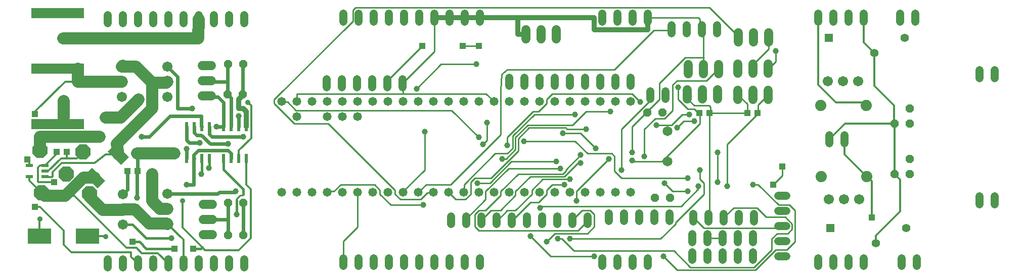
<source format=gbl>
G75*
%MOIN*%
%OFA0B0*%
%FSLAX25Y25*%
%IPPOS*%
%LPD*%
%AMOC8*
5,1,8,0,0,1.08239X$1,22.5*
%
%ADD10OC8,0.05200*%
%ADD11C,0.06000*%
%ADD12OC8,0.10000*%
%ADD13C,0.05800*%
%ADD14C,0.06750*%
%ADD15R,0.02100X0.06300*%
%ADD16C,0.06500*%
%ADD17C,0.05200*%
%ADD18R,0.15748X0.09843*%
%ADD19R,0.35000X0.07000*%
%ADD20R,0.05543X0.05543*%
%ADD21C,0.05543*%
%ADD22C,0.07400*%
%ADD23R,0.03937X0.04331*%
%ADD24R,0.07087X0.12598*%
%ADD25R,0.04724X0.02362*%
%ADD26C,0.02400*%
%ADD27C,0.03962*%
%ADD28C,0.01000*%
%ADD29C,0.01575*%
%ADD30C,0.03200*%
%ADD31C,0.03187*%
%ADD32C,0.00984*%
%ADD33R,0.03962X0.03962*%
%ADD34C,0.05000*%
%ADD35C,0.07874*%
%ADD36C,0.01200*%
%ADD37C,0.03569*%
%ADD38C,0.04000*%
%ADD39C,0.01600*%
D10*
X0251967Y0149681D03*
X0261967Y0149681D03*
X0261967Y0171020D03*
X0251967Y0171020D03*
X0251573Y0242634D03*
X0261573Y0242634D03*
X0261967Y0262594D03*
X0251967Y0262594D03*
X0528089Y0230665D03*
X0538089Y0230665D03*
X0533148Y0174209D03*
X0543148Y0174209D03*
X0691396Y0189799D03*
X0701396Y0189799D03*
X0701396Y0199799D03*
X0701396Y0223264D03*
X0691396Y0223264D03*
X0701396Y0233264D03*
D11*
X0607974Y0239366D02*
X0607974Y0245366D01*
X0597974Y0245366D02*
X0597974Y0239366D01*
X0587974Y0239366D02*
X0587974Y0245366D01*
X0574510Y0245681D02*
X0574510Y0239681D01*
X0564510Y0239681D02*
X0564510Y0245681D01*
X0554510Y0245681D02*
X0554510Y0239681D01*
X0555297Y0256374D02*
X0555297Y0262374D01*
X0565297Y0262374D02*
X0565297Y0256374D01*
X0575297Y0256374D02*
X0575297Y0262374D01*
X0587974Y0262453D02*
X0587974Y0256453D01*
X0597974Y0256453D02*
X0597974Y0262453D01*
X0607974Y0262453D02*
X0607974Y0256453D01*
X0608100Y0277335D02*
X0608100Y0283335D01*
X0598100Y0283335D02*
X0598100Y0277335D01*
X0588100Y0277335D02*
X0588100Y0283335D01*
X0468112Y0285382D02*
X0468112Y0279382D01*
X0458112Y0279382D02*
X0458112Y0285382D01*
X0448112Y0285382D02*
X0448112Y0279382D01*
X0240793Y0261650D02*
X0234793Y0261650D01*
X0234793Y0251650D02*
X0240793Y0251650D01*
X0240793Y0241650D02*
X0234793Y0241650D01*
X0235581Y0169988D02*
X0241581Y0169988D01*
X0241581Y0159988D02*
X0235581Y0159988D01*
X0235581Y0149988D02*
X0241581Y0149988D01*
D12*
X0160510Y0176807D03*
X0145116Y0189878D03*
X0129014Y0177516D03*
X0128069Y0205665D03*
X0156415Y0204484D03*
D13*
X0287100Y0177862D03*
X0297100Y0177862D03*
X0307100Y0177862D03*
X0317100Y0177862D03*
X0327100Y0177862D03*
X0337100Y0177862D03*
X0347100Y0177862D03*
X0357100Y0177862D03*
X0367100Y0177862D03*
X0377100Y0177862D03*
X0387100Y0177862D03*
X0397100Y0177862D03*
X0407100Y0177862D03*
X0417100Y0177862D03*
X0427100Y0177862D03*
X0437100Y0177862D03*
X0447100Y0177862D03*
X0457100Y0177862D03*
X0467100Y0177862D03*
X0477100Y0177862D03*
X0487100Y0177862D03*
X0497100Y0177862D03*
X0507100Y0177862D03*
X0517100Y0177862D03*
X0517100Y0237862D03*
X0507100Y0237862D03*
X0497100Y0237862D03*
X0487100Y0237862D03*
X0477100Y0237862D03*
X0467100Y0237862D03*
X0457100Y0237862D03*
X0447100Y0237862D03*
X0437100Y0237862D03*
X0427100Y0237862D03*
X0417100Y0237862D03*
X0407100Y0237862D03*
X0397100Y0237862D03*
X0387100Y0237862D03*
X0377100Y0237862D03*
X0367100Y0237862D03*
X0357100Y0237862D03*
X0347100Y0237862D03*
X0337100Y0237862D03*
X0327100Y0237862D03*
X0317100Y0237862D03*
X0307100Y0237862D03*
X0297100Y0237862D03*
X0287100Y0237862D03*
X0297100Y0227862D03*
X0317100Y0227862D03*
X0327100Y0227862D03*
X0337100Y0227862D03*
D14*
X0211793Y0240941D03*
X0211793Y0250941D03*
X0211793Y0260941D03*
X0181998Y0260862D03*
X0181998Y0250862D03*
X0181998Y0240862D03*
X0182675Y0176650D03*
X0182675Y0166650D03*
X0182675Y0156650D03*
X0212085Y0157043D03*
X0212085Y0167043D03*
X0212085Y0177043D03*
X0647852Y0173146D03*
X0657852Y0173146D03*
X0667852Y0173146D03*
X0667360Y0251394D03*
X0657360Y0251394D03*
X0647360Y0251394D03*
D15*
X0263955Y0221312D03*
X0258955Y0221312D03*
X0253955Y0221312D03*
X0248955Y0221312D03*
X0239545Y0221312D03*
X0234545Y0221312D03*
X0229545Y0221312D03*
X0224545Y0221312D03*
X0224545Y0200412D03*
X0229545Y0200412D03*
X0234545Y0200412D03*
X0239545Y0200412D03*
X0248955Y0200412D03*
X0253955Y0200412D03*
X0258955Y0200412D03*
X0263955Y0200412D03*
D16*
X0541435Y0198185D03*
X0541435Y0218185D03*
D17*
X0172557Y0133423D02*
X0172557Y0128223D01*
X0182557Y0128223D02*
X0182557Y0133423D01*
X0192557Y0133423D02*
X0192557Y0128223D01*
X0202557Y0128223D02*
X0202557Y0133423D01*
X0212557Y0133423D02*
X0212557Y0128223D01*
X0222557Y0128223D02*
X0222557Y0133423D01*
X0232557Y0133423D02*
X0232557Y0128223D01*
X0242557Y0128223D02*
X0242557Y0133423D01*
X0252557Y0133423D02*
X0252557Y0128223D01*
X0262557Y0128223D02*
X0262557Y0133423D01*
X0328069Y0134407D02*
X0328069Y0129207D01*
X0338069Y0129207D02*
X0338069Y0134407D01*
X0348069Y0134407D02*
X0348069Y0129207D01*
X0358069Y0129207D02*
X0358069Y0134407D01*
X0368069Y0134407D02*
X0368069Y0129207D01*
X0378069Y0129207D02*
X0378069Y0134407D01*
X0388069Y0134407D02*
X0388069Y0129207D01*
X0398069Y0129207D02*
X0398069Y0134407D01*
X0408069Y0134407D02*
X0408069Y0129207D01*
X0418069Y0129207D02*
X0418069Y0134407D01*
X0418935Y0156766D02*
X0418935Y0161966D01*
X0408935Y0161966D02*
X0408935Y0156766D01*
X0398935Y0156766D02*
X0398935Y0161966D01*
X0428935Y0161966D02*
X0428935Y0156766D01*
X0438935Y0156766D02*
X0438935Y0161966D01*
X0448935Y0161966D02*
X0448935Y0156766D01*
X0458935Y0156766D02*
X0458935Y0161966D01*
X0468935Y0161966D02*
X0468935Y0156766D01*
X0478935Y0156766D02*
X0478935Y0161966D01*
X0488935Y0161966D02*
X0488935Y0156766D01*
X0502872Y0158790D02*
X0502872Y0163990D01*
X0512872Y0163990D02*
X0512872Y0158790D01*
X0522872Y0158790D02*
X0522872Y0163990D01*
X0532872Y0163990D02*
X0532872Y0158790D01*
X0542872Y0158790D02*
X0542872Y0163990D01*
X0558667Y0163738D02*
X0558667Y0158538D01*
X0568667Y0158538D02*
X0568667Y0163738D01*
X0578667Y0163738D02*
X0578667Y0158538D01*
X0588667Y0158538D02*
X0588667Y0163738D01*
X0598667Y0163738D02*
X0598667Y0158538D01*
X0614563Y0155429D02*
X0619763Y0155429D01*
X0619763Y0145429D02*
X0614563Y0145429D01*
X0597793Y0144955D02*
X0597793Y0150155D01*
X0587793Y0150155D02*
X0587793Y0144955D01*
X0577793Y0144955D02*
X0577793Y0150155D01*
X0567793Y0150155D02*
X0567793Y0144955D01*
X0557793Y0144955D02*
X0557793Y0150155D01*
X0557793Y0138344D02*
X0557793Y0133144D01*
X0567793Y0133144D02*
X0567793Y0138344D01*
X0577793Y0138344D02*
X0577793Y0133144D01*
X0587793Y0133144D02*
X0587793Y0138344D01*
X0597793Y0138344D02*
X0597793Y0133144D01*
X0614563Y0135429D02*
X0619763Y0135429D01*
X0640963Y0134407D02*
X0640963Y0129207D01*
X0650963Y0129207D02*
X0650963Y0134407D01*
X0660963Y0134407D02*
X0660963Y0129207D01*
X0670963Y0129207D02*
X0670963Y0134407D01*
X0696081Y0134407D02*
X0696081Y0129207D01*
X0706081Y0129207D02*
X0706081Y0134407D01*
X0747262Y0170054D02*
X0747262Y0175254D01*
X0757262Y0175254D02*
X0757262Y0170054D01*
X0658344Y0210408D02*
X0658344Y0215608D01*
X0648344Y0215608D02*
X0648344Y0210408D01*
X0619763Y0175429D02*
X0614563Y0175429D01*
X0614563Y0165429D02*
X0619763Y0165429D01*
X0528738Y0134407D02*
X0528738Y0129207D01*
X0518738Y0129207D02*
X0518738Y0134407D01*
X0508738Y0134407D02*
X0508738Y0129207D01*
X0498738Y0129207D02*
X0498738Y0134407D01*
X0530234Y0239443D02*
X0530234Y0244643D01*
X0540234Y0244643D02*
X0540234Y0239443D01*
X0517203Y0248302D02*
X0517203Y0253502D01*
X0507203Y0253502D02*
X0507203Y0248302D01*
X0497203Y0248302D02*
X0497203Y0253502D01*
X0487203Y0253502D02*
X0487203Y0248302D01*
X0477203Y0248302D02*
X0477203Y0253502D01*
X0467203Y0253502D02*
X0467203Y0248302D01*
X0457203Y0248302D02*
X0457203Y0253502D01*
X0447203Y0253502D02*
X0447203Y0248302D01*
X0437203Y0248302D02*
X0437203Y0253502D01*
X0367065Y0252517D02*
X0367065Y0247317D01*
X0357065Y0247317D02*
X0357065Y0252517D01*
X0347065Y0252517D02*
X0347065Y0247317D01*
X0337065Y0247317D02*
X0337065Y0252517D01*
X0327065Y0252517D02*
X0327065Y0247317D01*
X0317065Y0247317D02*
X0317065Y0252517D01*
X0328069Y0290624D02*
X0328069Y0295824D01*
X0338069Y0295824D02*
X0338069Y0290624D01*
X0348069Y0290624D02*
X0348069Y0295824D01*
X0358069Y0295824D02*
X0358069Y0290624D01*
X0368069Y0290624D02*
X0368069Y0295824D01*
X0378069Y0295824D02*
X0378069Y0290624D01*
X0388069Y0290624D02*
X0388069Y0295824D01*
X0398069Y0295824D02*
X0398069Y0290624D01*
X0408069Y0290624D02*
X0408069Y0295824D01*
X0418069Y0295824D02*
X0418069Y0290624D01*
X0498738Y0290624D02*
X0498738Y0295824D01*
X0508738Y0295824D02*
X0508738Y0290624D01*
X0518738Y0290624D02*
X0518738Y0295824D01*
X0528738Y0295824D02*
X0528738Y0290624D01*
X0544211Y0288210D02*
X0544211Y0283010D01*
X0554211Y0283010D02*
X0554211Y0288210D01*
X0564211Y0288210D02*
X0564211Y0283010D01*
X0574211Y0283010D02*
X0574211Y0288210D01*
X0640963Y0290624D02*
X0640963Y0295824D01*
X0650963Y0295824D02*
X0650963Y0290624D01*
X0660963Y0290624D02*
X0660963Y0295824D01*
X0670963Y0295824D02*
X0670963Y0290624D01*
X0695077Y0290624D02*
X0695077Y0295824D01*
X0705077Y0295824D02*
X0705077Y0290624D01*
X0747242Y0258423D02*
X0747242Y0253223D01*
X0757242Y0253223D02*
X0757242Y0258423D01*
X0262557Y0289640D02*
X0262557Y0294840D01*
X0252557Y0294840D02*
X0252557Y0289640D01*
X0242557Y0289640D02*
X0242557Y0294840D01*
X0232557Y0294840D02*
X0232557Y0289640D01*
X0222557Y0289640D02*
X0222557Y0294840D01*
X0212557Y0294840D02*
X0212557Y0289640D01*
X0202557Y0289640D02*
X0202557Y0294840D01*
X0192557Y0294840D02*
X0192557Y0289640D01*
X0182557Y0289640D02*
X0182557Y0294840D01*
X0172557Y0294840D02*
X0172557Y0289640D01*
D18*
X0159156Y0148933D03*
X0127659Y0148933D03*
D19*
X0139439Y0222988D03*
X0139439Y0259602D03*
X0139439Y0296295D03*
D20*
X0647872Y0279858D03*
X0648856Y0154366D03*
D21*
X0678856Y0144366D03*
X0698856Y0154366D03*
X0677872Y0269858D03*
X0697872Y0279858D03*
D22*
X0672518Y0235154D03*
X0642518Y0235154D03*
X0643010Y0188402D03*
X0673010Y0188402D03*
D23*
X0600825Y0230232D03*
X0594132Y0230232D03*
X0569329Y0230232D03*
X0562636Y0230232D03*
X0192360Y0191846D03*
X0185667Y0191846D03*
X0145608Y0204642D03*
X0138915Y0204642D03*
D24*
G36*
X0157112Y0189392D02*
X0162123Y0194403D01*
X0171030Y0185496D01*
X0166019Y0180485D01*
X0157112Y0189392D01*
G37*
G36*
X0172702Y0204982D02*
X0177713Y0209993D01*
X0186620Y0201086D01*
X0181609Y0196075D01*
X0172702Y0204982D01*
G37*
D25*
X0131163Y0195587D03*
X0131163Y0191846D03*
X0131163Y0188106D03*
X0120880Y0188106D03*
X0120880Y0195587D03*
D26*
X0182675Y0176650D02*
X0185667Y0179642D01*
X0185667Y0191846D01*
X0191967Y0191453D02*
X0192360Y0191846D01*
X0192360Y0203264D01*
X0191967Y0203657D01*
X0194919Y0214484D02*
X0199841Y0214484D01*
X0213620Y0228264D01*
X0234289Y0228264D01*
X0234289Y0221568D01*
X0234545Y0221312D01*
X0229545Y0221312D02*
X0229545Y0217260D01*
X0231337Y0215469D01*
X0234289Y0215469D01*
X0240195Y0210055D01*
X0252006Y0210055D01*
X0252006Y0205626D02*
X0253974Y0203657D01*
X0253974Y0200432D01*
X0253955Y0200412D01*
X0253974Y0200393D01*
X0252006Y0205626D02*
X0232321Y0205626D01*
X0229368Y0202673D01*
X0229368Y0200235D01*
X0229545Y0200412D01*
X0229368Y0200235D02*
X0229368Y0182988D01*
X0224447Y0182988D01*
X0212124Y0177083D02*
X0212085Y0177043D01*
X0245077Y0177043D01*
X0246100Y0178067D01*
X0256435Y0178067D01*
X0256927Y0178559D01*
X0251967Y0171020D02*
X0251967Y0159366D01*
X0251344Y0159988D01*
X0238581Y0159988D01*
X0251967Y0159366D02*
X0251967Y0149681D01*
X0261967Y0149681D02*
X0261967Y0171020D01*
X0224545Y0200412D02*
X0224545Y0205528D01*
X0224447Y0206610D01*
X0226415Y0210547D02*
X0224545Y0212417D01*
X0224545Y0221312D01*
X0224447Y0221411D01*
X0239545Y0221312D02*
X0239545Y0216118D01*
X0241179Y0214484D01*
X0261848Y0214484D01*
X0258955Y0221312D02*
X0258955Y0228205D01*
X0258896Y0228264D01*
X0253955Y0221312D02*
X0253955Y0240252D01*
X0251573Y0242634D01*
X0251573Y0250902D01*
X0238541Y0250902D01*
X0237793Y0251650D01*
X0251573Y0250902D02*
X0251573Y0262201D01*
X0251967Y0262594D01*
X0261573Y0262201D02*
X0261967Y0262594D01*
X0261573Y0262201D02*
X0261573Y0242634D01*
X0248955Y0237220D02*
X0245116Y0241059D01*
X0238384Y0241059D01*
X0237793Y0241650D01*
X0248955Y0237220D02*
X0248955Y0221312D01*
X0244194Y0221312D01*
X0244132Y0221374D01*
X0233305Y0210547D02*
X0226415Y0210547D01*
X0191967Y0191453D02*
X0191967Y0174130D01*
X0218541Y0233185D02*
X0218541Y0254193D01*
X0211793Y0260941D01*
X0218541Y0233185D02*
X0228384Y0233185D01*
D27*
X0228384Y0233185D03*
X0244132Y0221374D03*
X0258896Y0228264D03*
X0261848Y0214484D03*
X0252006Y0210055D03*
X0233305Y0210547D03*
X0224447Y0206610D03*
X0216573Y0203657D03*
X0194919Y0214484D03*
X0191967Y0203657D03*
X0167360Y0214484D03*
X0171297Y0227280D03*
X0192951Y0239091D03*
X0143738Y0238106D03*
X0239211Y0193815D03*
X0234289Y0189878D03*
X0224447Y0182988D03*
X0201809Y0189878D03*
X0191967Y0174130D03*
X0214604Y0147555D03*
X0257419Y0163303D03*
X0256927Y0178559D03*
X0380632Y0169512D03*
X0416380Y0183811D03*
X0432467Y0199898D03*
X0436041Y0208835D03*
X0446766Y0211516D03*
X0472683Y0216878D03*
X0487876Y0219559D03*
X0480726Y0229390D03*
X0503963Y0231177D03*
X0523624Y0237433D03*
X0548648Y0247264D03*
X0555797Y0229390D03*
X0559372Y0224921D03*
X0547754Y0220453D03*
X0534348Y0222240D03*
X0518262Y0204366D03*
X0526305Y0201685D03*
X0518262Y0199004D03*
X0511112Y0192748D03*
X0503069Y0199898D03*
X0494132Y0207047D03*
X0484301Y0202579D03*
X0484301Y0197217D03*
X0470896Y0193642D03*
X0468215Y0198110D03*
X0477152Y0186492D03*
X0473577Y0182917D03*
X0481620Y0172193D03*
X0457490Y0167724D03*
X0451234Y0148957D03*
X0461959Y0145382D03*
X0469108Y0147169D03*
X0477152Y0147169D03*
X0493238Y0135551D03*
X0538817Y0135551D03*
X0554904Y0178449D03*
X0562053Y0182024D03*
X0574565Y0184705D03*
X0580821Y0182024D03*
X0597801Y0182917D03*
X0562947Y0192748D03*
X0554904Y0187386D03*
X0539711Y0183811D03*
X0574565Y0204366D03*
X0612994Y0271394D03*
X0422636Y0224028D03*
X0417274Y0214197D03*
X0419955Y0209728D03*
X0381526Y0217772D03*
X0376163Y0246370D03*
X0415486Y0262457D03*
D28*
X0392250Y0262457D01*
X0376163Y0246370D01*
X0399400Y0232071D02*
X0417274Y0214197D01*
X0419955Y0209728D02*
X0422636Y0212409D01*
X0422636Y0224028D01*
X0431573Y0215984D02*
X0398506Y0182917D01*
X0382419Y0182917D01*
X0377951Y0178449D01*
X0377100Y0177862D01*
X0378844Y0173087D02*
X0365439Y0173087D01*
X0361864Y0176661D01*
X0361864Y0179343D01*
X0318073Y0223134D01*
X0295730Y0223134D01*
X0282325Y0236539D01*
X0282325Y0239220D01*
X0334159Y0291055D01*
X0334159Y0298205D01*
X0335947Y0299992D01*
X0569203Y0299992D01*
X0587970Y0281224D01*
X0588100Y0280335D01*
X0612994Y0271394D02*
X0612994Y0264244D01*
X0608526Y0259776D01*
X0607974Y0259453D01*
X0575297Y0259374D02*
X0574565Y0258882D01*
X0567415Y0251732D01*
X0547754Y0251732D01*
X0545073Y0249051D01*
X0545073Y0232071D01*
X0539711Y0226709D01*
X0533455Y0226709D01*
X0526305Y0219559D01*
X0526305Y0201685D01*
X0519156Y0198110D02*
X0518262Y0199004D01*
X0519156Y0198110D02*
X0537923Y0198110D01*
X0562947Y0223134D01*
X0562947Y0229390D01*
X0562636Y0230232D01*
X0562053Y0230283D01*
X0559372Y0232965D01*
X0554904Y0232965D01*
X0548648Y0239220D01*
X0548648Y0247264D01*
X0536136Y0249945D02*
X0553116Y0266925D01*
X0565297Y0266925D01*
X0565628Y0266925D01*
X0536136Y0249945D02*
X0536136Y0239220D01*
X0528093Y0231177D01*
X0528089Y0230665D01*
X0527199Y0230283D01*
X0518262Y0221346D01*
X0518262Y0204366D01*
X0506644Y0201685D02*
X0504856Y0203472D01*
X0488770Y0203472D01*
X0480726Y0211516D01*
X0446766Y0211516D01*
X0443191Y0213303D02*
X0443191Y0205260D01*
X0425317Y0187386D01*
X0414593Y0187386D01*
X0411911Y0184705D01*
X0411911Y0176661D01*
X0408337Y0173087D01*
X0402081Y0173087D01*
X0397612Y0177555D01*
X0397100Y0177862D01*
X0407100Y0177862D02*
X0407443Y0178449D01*
X0407443Y0182917D01*
X0427998Y0203472D01*
X0436041Y0203472D01*
X0439616Y0207047D01*
X0439616Y0215091D01*
X0453915Y0229390D01*
X0480726Y0229390D01*
X0478939Y0222240D02*
X0487876Y0231177D01*
X0503963Y0231177D01*
X0511112Y0219559D02*
X0529880Y0238327D01*
X0529880Y0241902D01*
X0530234Y0242043D01*
X0523624Y0237433D02*
X0518262Y0242795D01*
X0465533Y0242795D01*
X0461959Y0239220D01*
X0461959Y0236539D01*
X0456596Y0231177D01*
X0453022Y0231177D01*
X0436041Y0214197D01*
X0436041Y0208835D01*
X0441404Y0206154D02*
X0435148Y0199898D01*
X0432467Y0199898D01*
X0438722Y0198110D02*
X0424423Y0183811D01*
X0416380Y0183811D01*
X0421742Y0178449D02*
X0421742Y0173087D01*
X0408337Y0159681D01*
X0408935Y0159366D01*
X0414593Y0163256D02*
X0414593Y0155213D01*
X0417274Y0152531D01*
X0482514Y0152531D01*
X0488770Y0158787D01*
X0488935Y0159366D01*
X0493238Y0163256D02*
X0493238Y0155213D01*
X0488770Y0150744D01*
X0467321Y0150744D01*
X0461959Y0145382D01*
X0469108Y0147169D02*
X0471789Y0147169D01*
X0479833Y0139126D01*
X0545967Y0139126D01*
X0556691Y0128402D01*
X0598695Y0128402D01*
X0610313Y0140020D01*
X0610313Y0147169D01*
X0613888Y0150744D01*
X0621037Y0150744D01*
X0623719Y0153425D01*
X0623719Y0157000D01*
X0619250Y0161469D01*
X0606738Y0161469D01*
X0600482Y0167724D01*
X0585289Y0167724D01*
X0579033Y0161469D01*
X0578667Y0161138D01*
X0569203Y0161469D02*
X0568667Y0161138D01*
X0569203Y0161469D02*
X0569203Y0229390D01*
X0569329Y0230232D01*
X0555797Y0229390D02*
X0551329Y0229390D01*
X0544179Y0222240D01*
X0534348Y0222240D01*
X0547754Y0220453D02*
X0552222Y0224921D01*
X0559372Y0224921D01*
X0580821Y0209728D02*
X0600482Y0229390D01*
X0600825Y0230232D01*
X0601376Y0230283D01*
X0601376Y0235646D01*
X0607632Y0241902D01*
X0607974Y0242366D01*
X0580821Y0209728D02*
X0580821Y0182024D01*
X0574565Y0184705D02*
X0574565Y0204366D01*
X0562947Y0192748D02*
X0562947Y0186492D01*
X0565628Y0183811D01*
X0565628Y0176661D01*
X0546860Y0157894D01*
X0546860Y0157000D01*
X0537030Y0147169D01*
X0477152Y0147169D01*
X0464640Y0135551D02*
X0451234Y0148957D01*
X0439616Y0159681D02*
X0438935Y0159366D01*
X0439616Y0159681D02*
X0451234Y0171299D01*
X0456596Y0171299D01*
X0461959Y0176661D01*
X0461959Y0179343D01*
X0465533Y0182917D01*
X0473577Y0182917D01*
X0481620Y0178449D02*
X0481620Y0172193D01*
X0485195Y0165937D02*
X0478939Y0159681D01*
X0478935Y0159366D01*
X0485195Y0165937D02*
X0490557Y0165937D01*
X0493238Y0163256D01*
X0481620Y0178449D02*
X0503069Y0199898D01*
X0506644Y0201685D02*
X0506644Y0191854D01*
X0511112Y0187386D01*
X0554904Y0187386D01*
X0562053Y0182024D02*
X0562053Y0180236D01*
X0550435Y0168618D01*
X0458384Y0168618D01*
X0457490Y0167724D01*
X0452128Y0176661D02*
X0441404Y0165937D01*
X0436041Y0165937D01*
X0429785Y0159681D01*
X0428935Y0159366D01*
X0431573Y0165937D02*
X0425317Y0165937D01*
X0419061Y0159681D01*
X0418935Y0159366D01*
X0414593Y0163256D02*
X0417274Y0165937D01*
X0421742Y0165937D01*
X0431573Y0175768D01*
X0431573Y0178449D01*
X0443191Y0190067D01*
X0472683Y0190067D01*
X0474470Y0191854D01*
X0474470Y0192748D01*
X0484301Y0202579D01*
X0484301Y0197217D02*
X0482514Y0197217D01*
X0473577Y0188280D01*
X0451234Y0188280D01*
X0441404Y0178449D01*
X0441404Y0175768D01*
X0431573Y0165937D01*
X0421742Y0178449D02*
X0436935Y0193642D01*
X0470896Y0193642D01*
X0468215Y0198110D02*
X0438722Y0198110D01*
X0441404Y0206154D02*
X0441404Y0214197D01*
X0449447Y0222240D01*
X0478939Y0222240D01*
X0475364Y0219559D02*
X0474470Y0220453D01*
X0450341Y0220453D01*
X0443191Y0213303D01*
X0431573Y0215984D02*
X0431573Y0245476D01*
X0432124Y0255823D01*
X0436061Y0258776D01*
X0444978Y0258882D01*
X0506644Y0258882D01*
X0532561Y0284799D01*
X0544179Y0284799D01*
X0544211Y0285610D01*
X0399400Y0232071D02*
X0296624Y0232071D01*
X0291262Y0237433D01*
X0287687Y0237433D01*
X0287100Y0237862D01*
X0381526Y0217772D02*
X0381526Y0192748D01*
X0367226Y0178449D01*
X0367100Y0177862D01*
X0378844Y0173087D02*
X0383313Y0177555D01*
X0386888Y0177555D01*
X0387100Y0177862D01*
X0380632Y0169512D02*
X0359183Y0169512D01*
X0352033Y0176661D01*
X0352033Y0179343D01*
X0348459Y0182917D01*
X0326116Y0182917D01*
X0321648Y0178449D01*
X0317179Y0178449D01*
X0317100Y0177862D01*
X0261848Y0176591D02*
X0261762Y0175972D01*
X0259974Y0175972D01*
X0257293Y0173291D01*
X0257419Y0172654D01*
X0452128Y0176661D02*
X0452128Y0179343D01*
X0459278Y0186492D01*
X0477152Y0186492D01*
X0511112Y0192748D02*
X0511112Y0219559D01*
X0494132Y0207047D02*
X0484301Y0216878D01*
X0472683Y0216878D01*
X0475364Y0219559D02*
X0487876Y0219559D01*
X0539711Y0183811D02*
X0545073Y0178449D01*
X0554904Y0178449D01*
X0558667Y0161138D02*
X0559372Y0160575D01*
X0565628Y0154319D01*
X0615675Y0154319D01*
X0616569Y0155213D01*
X0617163Y0155429D01*
X0625506Y0145382D02*
X0620144Y0140020D01*
X0612994Y0140020D01*
X0599589Y0126614D01*
X0547754Y0126614D01*
X0538817Y0135551D01*
X0493238Y0135551D02*
X0464640Y0135551D01*
X0597801Y0182917D02*
X0601376Y0182917D01*
X0614781Y0169512D01*
X0621931Y0169512D01*
X0625506Y0165937D01*
X0625506Y0145382D01*
D29*
X0261848Y0176591D02*
X0261848Y0180035D01*
X0249053Y0192831D01*
X0249053Y0200314D01*
X0248955Y0200412D01*
X0239545Y0200412D02*
X0239545Y0194150D01*
X0239211Y0193815D01*
X0234545Y0190134D02*
X0234289Y0189878D01*
X0234545Y0190134D02*
X0234545Y0200412D01*
X0257419Y0172654D02*
X0257419Y0163303D01*
X0214604Y0147555D02*
X0197872Y0147555D01*
X0188778Y0156650D01*
X0182675Y0156650D01*
D30*
X0263817Y0221450D02*
X0263955Y0221312D01*
X0263817Y0221450D02*
X0263817Y0231217D01*
X0261848Y0233185D01*
X0258896Y0233185D01*
X0258896Y0239091D01*
X0261573Y0241768D01*
X0261573Y0242634D01*
X0418069Y0293224D02*
X0442951Y0293224D01*
X0442951Y0282382D01*
X0448112Y0282382D01*
X0442951Y0293224D02*
X0493148Y0293224D01*
X0493148Y0285350D01*
X0528738Y0285350D01*
X0528738Y0293224D01*
D31*
X0418069Y0293224D02*
X0408069Y0293224D01*
X0398069Y0293224D01*
X0388069Y0293224D01*
D32*
X0388069Y0270921D01*
X0367065Y0249917D01*
X0367163Y0249819D01*
X0367163Y0243028D01*
X0421935Y0243028D01*
X0427100Y0237862D01*
X0367163Y0243028D02*
X0297281Y0243028D01*
X0297100Y0242846D01*
X0297100Y0237862D01*
X0357065Y0249917D02*
X0357065Y0251630D01*
X0379959Y0274524D01*
X0406533Y0274524D02*
X0417360Y0274524D01*
X0528738Y0293224D02*
X0562045Y0293224D01*
X0563030Y0292240D01*
X0563030Y0286791D01*
X0564211Y0285610D01*
X0565297Y0284524D01*
X0565297Y0266925D01*
X0565297Y0259374D01*
X0597974Y0259453D02*
X0597974Y0262224D01*
X0608305Y0272555D01*
X0608305Y0280130D01*
X0608100Y0280335D01*
X0587974Y0242366D02*
X0594132Y0236209D01*
X0594132Y0230232D01*
X0569329Y0230232D01*
X0569919Y0230823D01*
X0569919Y0234169D01*
X0568935Y0235154D01*
X0559093Y0235154D01*
X0554510Y0239736D01*
X0554510Y0242681D01*
X0617163Y0194799D02*
X0617163Y0188894D01*
X0611258Y0182988D01*
X0577793Y0147555D02*
X0567793Y0147555D01*
X0337100Y0154894D02*
X0327793Y0145587D01*
X0327793Y0132083D01*
X0328069Y0131807D01*
X0337100Y0154894D02*
X0337100Y0177862D01*
D33*
X0228876Y0140665D03*
X0216573Y0140665D03*
X0189014Y0145094D03*
X0124545Y0168224D03*
X0137341Y0184465D03*
X0119624Y0199720D03*
X0124545Y0229740D03*
X0143246Y0279445D03*
X0379959Y0274524D03*
X0406533Y0274524D03*
X0417360Y0274524D03*
X0611258Y0182988D03*
X0617163Y0194799D03*
X0676219Y0161335D03*
D34*
X0153581Y0258776D02*
X0152754Y0259602D01*
X0139439Y0259602D01*
D35*
X0152754Y0259602D02*
X0152754Y0250862D01*
X0181998Y0250862D01*
X0191356Y0260862D02*
X0201809Y0250409D01*
X0211262Y0250409D01*
X0211793Y0250941D01*
X0201809Y0250409D02*
X0201809Y0233185D01*
X0178677Y0210053D01*
X0179661Y0203034D01*
X0191967Y0203657D02*
X0216573Y0203657D01*
X0201809Y0189878D02*
X0201809Y0172161D01*
X0206927Y0167043D01*
X0212085Y0167043D01*
X0199841Y0157398D02*
X0190589Y0166650D01*
X0182675Y0166650D01*
X0182281Y0166256D01*
X0169329Y0166256D01*
X0160510Y0175075D01*
X0160510Y0176807D01*
X0156560Y0187444D02*
X0144722Y0175606D01*
X0130923Y0175606D01*
X0129014Y0177516D01*
X0129565Y0178067D01*
X0156560Y0187444D02*
X0164071Y0187444D01*
X0128069Y0205665D02*
X0128069Y0212516D01*
X0127990Y0212516D01*
X0127990Y0214484D01*
X0167360Y0214484D01*
X0171297Y0227280D02*
X0181140Y0227280D01*
X0192951Y0239091D01*
X0143738Y0238106D02*
X0143738Y0227287D01*
X0181998Y0260862D02*
X0191356Y0260862D01*
X0182557Y0261421D02*
X0181998Y0260862D01*
X0143246Y0279445D02*
X0232321Y0279445D01*
X0232557Y0292240D01*
X0211730Y0157398D02*
X0199841Y0157398D01*
X0211730Y0157398D02*
X0212085Y0157043D01*
D36*
X0222557Y0146571D01*
X0222557Y0130823D01*
X0212557Y0130823D02*
X0205667Y0137713D01*
X0194919Y0137713D01*
X0191474Y0141157D01*
X0185077Y0141157D01*
X0150628Y0175606D01*
X0144722Y0175606D01*
X0129014Y0177516D02*
X0120880Y0185650D01*
X0120880Y0188106D01*
X0126514Y0184957D02*
X0127006Y0184465D01*
X0137341Y0184465D01*
X0135864Y0187909D02*
X0131360Y0187909D01*
X0131163Y0188106D01*
X0131163Y0191846D02*
X0133404Y0191846D01*
X0141770Y0200213D01*
X0145215Y0200213D01*
X0145608Y0200606D01*
X0145608Y0204642D01*
X0138915Y0204642D02*
X0138915Y0203339D01*
X0131163Y0195587D01*
X0127793Y0195587D01*
X0126514Y0194307D01*
X0126514Y0184957D01*
X0135864Y0187909D02*
X0136356Y0188402D01*
X0136356Y0191354D01*
X0142262Y0197260D01*
X0163915Y0197260D01*
X0171166Y0203034D01*
X0179661Y0203034D01*
X0156415Y0204484D02*
X0152144Y0200213D01*
X0145215Y0200213D01*
X0120880Y0198465D02*
X0120880Y0195587D01*
X0120880Y0198465D02*
X0119624Y0199720D01*
X0124545Y0229740D02*
X0124545Y0231217D01*
X0144722Y0250902D01*
X0152715Y0250902D01*
X0152754Y0250862D01*
X0258955Y0205685D02*
X0267262Y0213500D01*
X0267262Y0235154D01*
X0264801Y0237122D01*
X0258955Y0205685D02*
X0258955Y0200412D01*
X0263955Y0200412D02*
X0263955Y0182850D01*
X0266770Y0180035D01*
X0266770Y0147555D01*
X0258896Y0139681D01*
X0236750Y0139681D01*
X0234781Y0141650D01*
X0221986Y0154445D01*
X0221986Y0172161D01*
X0171297Y0148539D02*
X0170904Y0148933D01*
X0159156Y0148933D01*
X0148659Y0138205D02*
X0143738Y0143126D01*
X0143738Y0152476D01*
X0127990Y0168224D01*
X0124545Y0168224D01*
X0127990Y0160350D02*
X0127659Y0160020D01*
X0127659Y0148933D01*
X0148659Y0138205D02*
X0188030Y0138205D01*
X0188030Y0135350D01*
X0192557Y0130823D01*
X0648344Y0213008D02*
X0658600Y0223264D01*
X0691396Y0223264D01*
X0691396Y0189799D01*
X0694919Y0186276D01*
X0694919Y0165272D01*
X0678856Y0149209D01*
X0678856Y0144366D01*
X0676219Y0161335D02*
X0676219Y0185193D01*
X0673010Y0188402D01*
X0658344Y0203067D01*
X0658344Y0213008D01*
X0690982Y0223677D02*
X0691396Y0223264D01*
X0690982Y0223677D02*
X0690982Y0235154D01*
X0677872Y0248264D01*
X0677872Y0269858D01*
X0670963Y0276768D01*
X0670963Y0293224D01*
X0640963Y0293224D02*
X0640963Y0248756D01*
X0652596Y0237122D01*
X0670549Y0237122D01*
X0672518Y0235154D01*
D37*
X0264801Y0237122D03*
X0221986Y0172161D03*
X0171297Y0148539D03*
X0127990Y0160350D03*
D38*
X0139439Y0222988D02*
X0143738Y0227287D01*
D39*
X0189014Y0145094D02*
X0193443Y0145094D01*
X0197872Y0140665D01*
X0216573Y0140665D01*
X0228876Y0140665D02*
X0233797Y0140665D01*
X0234781Y0141650D01*
M02*

</source>
